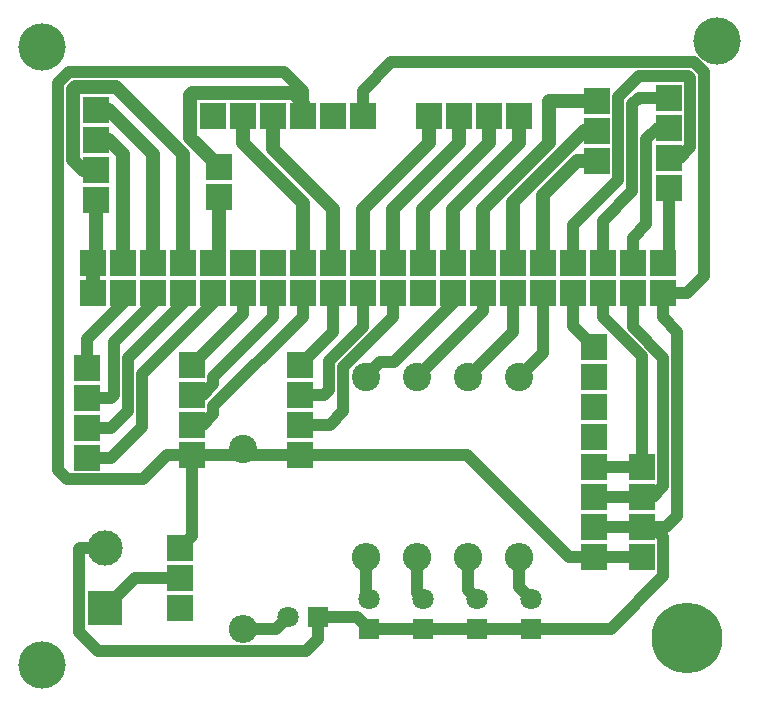
<source format=gbr>
G04 #@! TF.GenerationSoftware,KiCad,Pcbnew,(5.1.2)-2*
G04 #@! TF.CreationDate,2020-05-16T00:08:30+07:00*
G04 #@! TF.ProjectId,noname,6e6f6e61-6d65-42e6-9b69-6361645f7063,rev?*
G04 #@! TF.SameCoordinates,Original*
G04 #@! TF.FileFunction,Copper,L2,Bot*
G04 #@! TF.FilePolarity,Positive*
%FSLAX46Y46*%
G04 Gerber Fmt 4.6, Leading zero omitted, Abs format (unit mm)*
G04 Created by KiCad (PCBNEW (5.1.2)-2) date 2020-05-16 00:08:30*
%MOMM*%
%LPD*%
G04 APERTURE LIST*
%ADD10R,1.800000X1.800000*%
%ADD11C,1.800000*%
%ADD12R,2.200000X2.200000*%
%ADD13R,3.000000X3.000000*%
%ADD14C,3.000000*%
%ADD15C,2.400000*%
%ADD16O,2.400000X2.400000*%
%ADD17C,6.000000*%
%ADD18C,4.000000*%
%ADD19C,1.000000*%
%ADD20C,1.200000*%
G04 APERTURE END LIST*
D10*
X139446000Y-108966000D03*
D11*
X139446000Y-106426000D03*
D10*
X144018000Y-108966000D03*
D11*
X144018000Y-106426000D03*
X148590000Y-106426000D03*
D10*
X148590000Y-108966000D03*
X153162000Y-108966000D03*
D11*
X153162000Y-106426000D03*
X132588000Y-107950000D03*
D10*
X135128000Y-107950000D03*
D12*
X123444000Y-102108000D03*
X123444000Y-104648000D03*
X123444000Y-107188000D03*
X126746000Y-72390000D03*
X126746000Y-69850000D03*
X115570000Y-86868000D03*
X115570000Y-89408000D03*
X115570000Y-91948000D03*
X115570000Y-94488000D03*
X124460000Y-86614000D03*
X124460000Y-89154000D03*
X124460000Y-91694000D03*
X124460000Y-94234000D03*
X133604000Y-94234000D03*
X133604000Y-91694000D03*
X133604000Y-89154000D03*
X133604000Y-86614000D03*
X116332000Y-65024000D03*
X116332000Y-67564000D03*
X116332000Y-70104000D03*
X116332000Y-72644000D03*
X138938000Y-65532000D03*
X136398000Y-65532000D03*
X133858000Y-65532000D03*
X131318000Y-65532000D03*
X128778000Y-65532000D03*
X126238000Y-65532000D03*
X164338000Y-77978000D03*
X164338000Y-80518000D03*
X161798000Y-77978000D03*
X161798000Y-80518000D03*
X159258000Y-77978000D03*
X159258000Y-80518000D03*
X156718000Y-77978000D03*
X156718000Y-80518000D03*
X154178000Y-77978000D03*
X154178000Y-80518000D03*
X151638000Y-77978000D03*
X151638000Y-80518000D03*
X149098000Y-77978000D03*
X149098000Y-80518000D03*
X146558000Y-77978000D03*
X146558000Y-80518000D03*
X144018000Y-77978000D03*
X144018000Y-80518000D03*
X141478000Y-77978000D03*
X141478000Y-80518000D03*
X138938000Y-77978000D03*
X138938000Y-80518000D03*
X136398000Y-77978000D03*
X136398000Y-80518000D03*
X133858000Y-77978000D03*
X133858000Y-80518000D03*
X131318000Y-77978000D03*
X131318000Y-80518000D03*
X128778000Y-77978000D03*
X128778000Y-80518000D03*
X126238000Y-77978000D03*
X126238000Y-80518000D03*
X123698000Y-77978000D03*
X123698000Y-80518000D03*
X121158000Y-77978000D03*
X121158000Y-80518000D03*
X118618000Y-77978000D03*
X118618000Y-80518000D03*
X116078000Y-77978000D03*
X116078000Y-80518000D03*
X158750000Y-69342000D03*
X158750000Y-66802000D03*
X158750000Y-64262000D03*
X144526000Y-65532000D03*
X147066000Y-65532000D03*
X149606000Y-65532000D03*
X152146000Y-65532000D03*
X164846000Y-71628000D03*
X164846000Y-69088000D03*
X164846000Y-66548000D03*
X164846000Y-64008000D03*
X162560000Y-102870000D03*
X162560000Y-100330000D03*
X162560000Y-97790000D03*
X162560000Y-95250000D03*
X158496000Y-85090000D03*
X158496000Y-87630000D03*
X158496000Y-90170000D03*
X158496000Y-92710000D03*
X158496000Y-95250000D03*
X158496000Y-97790000D03*
X158496000Y-100330000D03*
X158496000Y-102870000D03*
D13*
X117094000Y-107188000D03*
D14*
X117094000Y-102108000D03*
D15*
X139192000Y-87630000D03*
D16*
X139192000Y-102870000D03*
X143510000Y-102870000D03*
D15*
X143510000Y-87630000D03*
X147828000Y-87630000D03*
D16*
X147828000Y-102870000D03*
X152146000Y-102870000D03*
D15*
X152146000Y-87630000D03*
X128778000Y-93726000D03*
D16*
X128778000Y-108966000D03*
D17*
X166370000Y-109728000D03*
D18*
X168910000Y-59182000D03*
X111760000Y-59690000D03*
X111760000Y-112014000D03*
D19*
X134111999Y-110866001D02*
X135128000Y-109850000D01*
X116511999Y-110866001D02*
X134111999Y-110866001D01*
X114893999Y-109248001D02*
X116511999Y-110866001D01*
X114893999Y-102186681D02*
X114893999Y-109248001D01*
X114972680Y-102108000D02*
X114893999Y-102186681D01*
X135128000Y-109850000D02*
X135128000Y-107950000D01*
X117094000Y-102108000D02*
X114972680Y-102108000D01*
X138430000Y-107950000D02*
X139446000Y-108966000D01*
X135128000Y-107950000D02*
X138430000Y-107950000D01*
X139446000Y-108966000D02*
X144018000Y-108966000D01*
X148590000Y-108966000D02*
X144018000Y-108966000D01*
X153162000Y-108966000D02*
X148590000Y-108966000D01*
X162560000Y-100330000D02*
X158496000Y-100330000D01*
X164660000Y-100330000D02*
X162560000Y-100330000D01*
X165560011Y-99429989D02*
X164660000Y-100330000D01*
X165560011Y-83840011D02*
X165560011Y-99429989D01*
X164338000Y-82618000D02*
X165560011Y-83840011D01*
X164338000Y-80518000D02*
X164338000Y-82618000D01*
X155062000Y-108966000D02*
X153162000Y-108966000D01*
X159924002Y-108966000D02*
X155062000Y-108966000D01*
X164360001Y-104530001D02*
X159924002Y-108966000D01*
X164360001Y-101209999D02*
X164360001Y-104530001D01*
X163480002Y-100330000D02*
X164360001Y-101209999D01*
X162560000Y-100330000D02*
X163480002Y-100330000D01*
X166438000Y-80518000D02*
X164338000Y-80518000D01*
X167846011Y-79109989D02*
X166438000Y-80518000D01*
X167846011Y-61850939D02*
X167846011Y-79109989D01*
X167003062Y-61007990D02*
X167846011Y-61850939D01*
X141362011Y-61007989D02*
X167003062Y-61007990D01*
X138938000Y-63432000D02*
X141362011Y-61007989D01*
X138938000Y-65532000D02*
X138938000Y-63432000D01*
X139192000Y-106172000D02*
X139446000Y-106426000D01*
X139192000Y-102870000D02*
X139192000Y-106172000D01*
X143510000Y-105918000D02*
X144018000Y-106426000D01*
X143510000Y-102870000D02*
X143510000Y-105918000D01*
X147828000Y-105664000D02*
X148590000Y-106426000D01*
X147828000Y-102870000D02*
X147828000Y-105664000D01*
X152146000Y-105410000D02*
X153162000Y-106426000D01*
X152146000Y-102870000D02*
X152146000Y-105410000D01*
X131572000Y-108966000D02*
X132588000Y-107950000D01*
X128778000Y-108966000D02*
X131572000Y-108966000D01*
D20*
X126746000Y-69818085D02*
X126746000Y-69850000D01*
X124337999Y-67410084D02*
X126746000Y-69818085D01*
X124337999Y-63791999D02*
X124337999Y-67410084D01*
X124497999Y-63631999D02*
X124337999Y-63791999D01*
X133058001Y-63631999D02*
X124497999Y-63631999D01*
X133858000Y-64431998D02*
X133058001Y-63631999D01*
X133858000Y-65532000D02*
X133858000Y-64431998D01*
D19*
X128270000Y-94234000D02*
X128778000Y-93726000D01*
X124460000Y-94234000D02*
X128270000Y-94234000D01*
X129286000Y-94234000D02*
X128778000Y-93726000D01*
X133604000Y-94234000D02*
X129286000Y-94234000D01*
X124460000Y-101092000D02*
X123444000Y-102108000D01*
X124460000Y-94234000D02*
X124460000Y-101092000D01*
X162560000Y-102870000D02*
X158496000Y-102870000D01*
X135704000Y-94234000D02*
X133604000Y-94234000D01*
X147760000Y-94234000D02*
X135704000Y-94234000D01*
X156396000Y-102870000D02*
X147760000Y-94234000D01*
X158496000Y-102870000D02*
X156396000Y-102870000D01*
X122360000Y-94234000D02*
X124460000Y-94234000D01*
X113909999Y-96288001D02*
X120305999Y-96288001D01*
X113131989Y-95509991D02*
X113909999Y-96288001D01*
X120305999Y-96288001D02*
X122360000Y-94234000D01*
X113131989Y-62745518D02*
X113131989Y-95509991D01*
X114053518Y-61823989D02*
X113131989Y-62745518D01*
X132242471Y-61823989D02*
X114046000Y-61823989D01*
X133858000Y-63432000D02*
X132249989Y-61823989D01*
X133858000Y-65532000D02*
X133858000Y-63432000D01*
X119634000Y-104648000D02*
X117094000Y-107188000D01*
X123444000Y-104648000D02*
X119634000Y-104648000D01*
D20*
X126746000Y-77470000D02*
X126238000Y-77978000D01*
X126746000Y-72390000D02*
X126746000Y-77470000D01*
D19*
X115570000Y-84486002D02*
X115570000Y-86868000D01*
X118618000Y-80518000D02*
X118618000Y-81438002D01*
X118618000Y-81438002D02*
X115570000Y-84486002D01*
X121158000Y-81438002D02*
X117856000Y-84740002D01*
X121158000Y-80518000D02*
X121158000Y-81438002D01*
X117670000Y-89408000D02*
X115570000Y-89408000D01*
X117856000Y-89222000D02*
X117670000Y-89408000D01*
X117856000Y-84740002D02*
X117856000Y-89222000D01*
X117670000Y-91948000D02*
X115570000Y-91948000D01*
X119056010Y-90561990D02*
X117670000Y-91948000D01*
X119056010Y-86079992D02*
X119056010Y-90561990D01*
X123698000Y-81438002D02*
X119056010Y-86079992D01*
X123698000Y-80518000D02*
X123698000Y-81438002D01*
X117670000Y-94488000D02*
X115570000Y-94488000D01*
X120256020Y-91901980D02*
X117670000Y-94488000D01*
X120256020Y-87419982D02*
X120256020Y-91901980D01*
X126238000Y-81438002D02*
X120256020Y-87419982D01*
X126238000Y-80518000D02*
X126238000Y-81438002D01*
X128778000Y-82296000D02*
X124460000Y-86614000D01*
X128778000Y-80518000D02*
X128778000Y-82296000D01*
X131318000Y-82618000D02*
X126260001Y-87675999D01*
X131318000Y-80518000D02*
X131318000Y-82618000D01*
X125380002Y-89154000D02*
X124460000Y-89154000D01*
X126260001Y-88274001D02*
X125380002Y-89154000D01*
X126260001Y-87675999D02*
X126260001Y-88274001D01*
X125380002Y-91694000D02*
X124460000Y-91694000D01*
X126260001Y-90814001D02*
X125380002Y-91694000D01*
X126260001Y-90147999D02*
X126260001Y-90814001D01*
X133858000Y-82550000D02*
X126260001Y-90147999D01*
X133858000Y-80518000D02*
X133858000Y-82550000D01*
X136144000Y-91694000D02*
X133604000Y-91694000D01*
X137291999Y-90546001D02*
X136144000Y-91694000D01*
X137291999Y-86804001D02*
X137291999Y-90546001D01*
X141478000Y-80518000D02*
X141478000Y-82618000D01*
X141478000Y-82618000D02*
X137291999Y-86804001D01*
X135704000Y-89154000D02*
X133604000Y-89154000D01*
X136091989Y-88766011D02*
X135704000Y-89154000D01*
X136091989Y-86306941D02*
X136091989Y-88766011D01*
X138938000Y-83460930D02*
X136091989Y-86306941D01*
X138938000Y-80518000D02*
X138938000Y-83460930D01*
X136398000Y-83820000D02*
X133604000Y-86614000D01*
X136398000Y-80518000D02*
X136398000Y-83820000D01*
D20*
X121158000Y-75678000D02*
X121158000Y-77978000D01*
X121158000Y-68749998D02*
X121158000Y-75678000D01*
X117432002Y-65024000D02*
X121158000Y-68749998D01*
X116332000Y-65024000D02*
X117432002Y-65024000D01*
X118618000Y-75678000D02*
X118618000Y-77978000D01*
X118618000Y-68749998D02*
X118618000Y-75678000D01*
X117432002Y-67564000D02*
X118618000Y-68749998D01*
X116332000Y-67564000D02*
X117432002Y-67564000D01*
X123698000Y-75678000D02*
X123698000Y-77978000D01*
X123698000Y-68749998D02*
X123698000Y-75678000D01*
X118072001Y-63123999D02*
X123698000Y-68749998D01*
X114591999Y-63123999D02*
X118072001Y-63123999D01*
X114431999Y-63283999D02*
X114591999Y-63123999D01*
X114431999Y-69304001D02*
X114431999Y-63283999D01*
X115231998Y-70104000D02*
X114431999Y-69304001D01*
X116332000Y-70104000D02*
X115231998Y-70104000D01*
X116332000Y-77724000D02*
X116078000Y-77978000D01*
X116332000Y-72644000D02*
X116332000Y-77724000D01*
X116078000Y-77978000D02*
X116078000Y-80518000D01*
X136398000Y-75678000D02*
X136398000Y-77978000D01*
X136398000Y-73472088D02*
X136398000Y-75678000D01*
X131318000Y-68392088D02*
X136398000Y-73472088D01*
X131318000Y-65532000D02*
X131318000Y-68392088D01*
X133858000Y-75678000D02*
X133858000Y-77978000D01*
X133858000Y-72912000D02*
X133858000Y-75678000D01*
X128778000Y-67832000D02*
X133858000Y-72912000D01*
X128778000Y-65532000D02*
X128778000Y-67832000D01*
D19*
X164846000Y-77470000D02*
X164338000Y-77978000D01*
X164846000Y-71628000D02*
X164846000Y-77470000D01*
X161798000Y-75878000D02*
X161798000Y-77978000D01*
X162950021Y-74725979D02*
X161798000Y-75878000D01*
X162950021Y-67523977D02*
X162950021Y-74725979D01*
X163925998Y-66548000D02*
X162950021Y-67523977D01*
X164846000Y-66548000D02*
X163925998Y-66548000D01*
X162560000Y-97790000D02*
X158496000Y-97790000D01*
X163480002Y-97790000D02*
X162560000Y-97790000D01*
X164360001Y-96910001D02*
X163480002Y-97790000D01*
X164360001Y-86022931D02*
X164360001Y-96910001D01*
X161798000Y-83460930D02*
X164360001Y-86022931D01*
X161798000Y-80518000D02*
X161798000Y-83460930D01*
X162306000Y-64008000D02*
X161750011Y-64563989D01*
X164846000Y-64008000D02*
X162306000Y-64008000D01*
X161750011Y-64563989D02*
X161750011Y-71929989D01*
X159258000Y-75878000D02*
X159258000Y-77978000D01*
X159258000Y-74422000D02*
X159258000Y-75878000D01*
X161750011Y-71929989D02*
X159258000Y-74422000D01*
X162560000Y-95250000D02*
X158496000Y-95250000D01*
X162560000Y-93150000D02*
X162560000Y-95250000D01*
X162560000Y-85920000D02*
X162560000Y-93150000D01*
X159258000Y-82618000D02*
X162560000Y-85920000D01*
X159258000Y-80518000D02*
X159258000Y-82618000D01*
X156718000Y-75878000D02*
X156718000Y-77978000D01*
X160550001Y-71002001D02*
X156718000Y-74834002D01*
X156718000Y-74834002D02*
X156718000Y-75878000D01*
X164846000Y-69088000D02*
X165766002Y-69088000D01*
X165766002Y-69088000D02*
X166646001Y-68208001D01*
X160550001Y-63985999D02*
X160550001Y-71002001D01*
X166506001Y-62207999D02*
X162328001Y-62207999D01*
X166646001Y-68208001D02*
X166646001Y-62347999D01*
X166646001Y-62347999D02*
X166506001Y-62207999D01*
X162328001Y-62207999D02*
X160550001Y-63985999D01*
X156718000Y-83312000D02*
X158496000Y-85090000D01*
X156718000Y-80518000D02*
X156718000Y-83312000D01*
D20*
X158750000Y-69342000D02*
X157121825Y-69342000D01*
X154178000Y-72285825D02*
X154178000Y-77978000D01*
X157121825Y-69342000D02*
X154178000Y-72285825D01*
D19*
X154178000Y-85598000D02*
X152146000Y-87630000D01*
X154178000Y-80518000D02*
X154178000Y-85598000D01*
D20*
X157681913Y-66802000D02*
X151638000Y-72845913D01*
X158750000Y-66802000D02*
X157681913Y-66802000D01*
X151638000Y-72845913D02*
X151638000Y-77978000D01*
D19*
X151638000Y-83820000D02*
X147828000Y-87630000D01*
X151638000Y-80518000D02*
X151638000Y-83820000D01*
D20*
X149098000Y-73406000D02*
X149098000Y-77978000D01*
X154686000Y-67818000D02*
X149098000Y-73406000D01*
X158750000Y-64262000D02*
X154686000Y-64262000D01*
X154686000Y-64262000D02*
X154686000Y-67818000D01*
D19*
X149098000Y-82042000D02*
X143510000Y-87630000D01*
X149098000Y-80518000D02*
X149098000Y-82042000D01*
D20*
X146558000Y-75678000D02*
X146558000Y-77978000D01*
X146558000Y-73420000D02*
X146558000Y-75678000D01*
X152146000Y-67832000D02*
X146558000Y-73420000D01*
X152146000Y-65532000D02*
X152146000Y-67832000D01*
D19*
X140391999Y-86430001D02*
X139192000Y-87630000D01*
X141566001Y-86430001D02*
X140391999Y-86430001D01*
X146558000Y-81438002D02*
X141566001Y-86430001D01*
X146558000Y-80518000D02*
X146558000Y-81438002D01*
D20*
X144018000Y-75678000D02*
X144018000Y-77978000D01*
X144018000Y-73420000D02*
X144018000Y-75678000D01*
X149606000Y-67832000D02*
X144018000Y-73420000D01*
X149606000Y-65532000D02*
X149606000Y-67832000D01*
X141478000Y-73420000D02*
X141478000Y-77978000D01*
X147066000Y-65532000D02*
X147066000Y-67832000D01*
X147066000Y-67832000D02*
X141478000Y-73420000D01*
X138938000Y-75678000D02*
X138938000Y-77978000D01*
X138938000Y-73420000D02*
X138938000Y-75678000D01*
X144526000Y-67832000D02*
X138938000Y-73420000D01*
X144526000Y-65532000D02*
X144526000Y-67832000D01*
M02*

</source>
